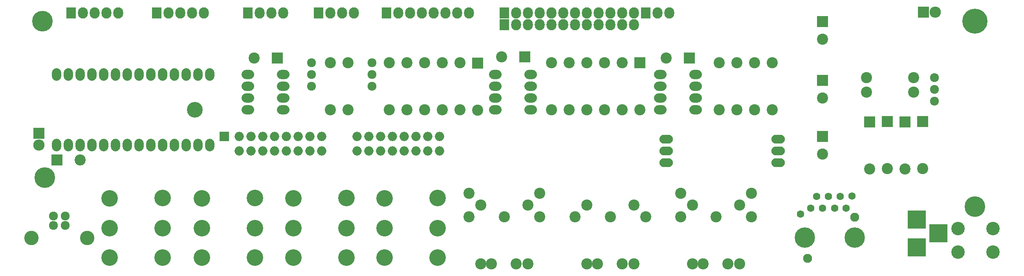
<source format=gbr>
G04 #@! TF.FileFunction,Soldermask,Bot*
%FSLAX46Y46*%
G04 Gerber Fmt 4.6, Leading zero omitted, Abs format (unit mm)*
G04 Created by KiCad (PCBNEW 4.0.2-stable) date 23-3-2017 17:14:18*
%MOMM*%
G01*
G04 APERTURE LIST*
%ADD10C,0.100000*%
%ADD11R,3.900120X3.900120*%
%ADD12R,2.127200X2.432000*%
%ADD13O,2.127200X2.432000*%
%ADD14C,1.924000*%
%ADD15C,3.100020*%
%ADD16C,2.398980*%
%ADD17O,2.700000X2.000000*%
%ADD18C,3.575000*%
%ADD19C,4.464000*%
%ADD20C,5.400000*%
%ADD21O,2.899360X1.901140*%
%ADD22C,2.900000*%
%ADD23C,2.400000*%
%ADD24R,2.432000X2.432000*%
%ADD25O,2.432000X2.432000*%
%ADD26O,2.000000X2.000000*%
%ADD27O,2.000000X2.700000*%
%ADD28C,3.400000*%
%ADD29C,1.600000*%
%ADD30C,1.949400*%
%ADD31C,4.400000*%
%ADD32R,2.400000X2.400000*%
%ADD33R,2.100000X2.100000*%
G04 APERTURE END LIST*
D10*
D11*
X220990000Y-127784860D03*
X220990000Y-133784340D03*
X225689000Y-130784600D03*
D12*
X76835000Y-83185000D03*
D13*
X79375000Y-83185000D03*
X81915000Y-83185000D03*
X84455000Y-83185000D03*
D12*
X38735000Y-83185000D03*
D13*
X41275000Y-83185000D03*
X43815000Y-83185000D03*
X46355000Y-83185000D03*
X48895000Y-83185000D03*
D12*
X57150000Y-83185000D03*
D13*
X59690000Y-83185000D03*
X62230000Y-83185000D03*
X64770000Y-83185000D03*
X67310000Y-83185000D03*
D12*
X106680000Y-83185000D03*
D13*
X109220000Y-83185000D03*
X111760000Y-83185000D03*
X114300000Y-83185000D03*
X116840000Y-83185000D03*
X119380000Y-83185000D03*
X121920000Y-83185000D03*
X124460000Y-83185000D03*
D14*
X34925000Y-127061000D03*
X37465000Y-127061000D03*
X37465000Y-129059980D03*
X34925000Y-129059980D03*
D15*
X30195520Y-131760000D03*
X42194480Y-131760000D03*
D16*
X153670000Y-93980000D03*
X153670000Y-104140000D03*
X210185000Y-97155000D03*
X220345000Y-97155000D03*
X210185000Y-100330000D03*
X220345000Y-100330000D03*
X122555000Y-93980000D03*
X122555000Y-104140000D03*
X157490000Y-93980000D03*
X157490000Y-104140000D03*
X186055000Y-93980000D03*
X186055000Y-104140000D03*
X149860000Y-93980000D03*
X149860000Y-104140000D03*
X189865000Y-93980000D03*
X189865000Y-104140000D03*
X142240000Y-93980000D03*
X142240000Y-104140000D03*
X178435000Y-93980000D03*
X178435000Y-104140000D03*
X146050000Y-93980000D03*
X146050000Y-104140000D03*
X182245000Y-93980000D03*
X182245000Y-104140000D03*
X107315000Y-93980000D03*
X107315000Y-104140000D03*
X94615000Y-93980000D03*
X94615000Y-104140000D03*
X111125000Y-104140000D03*
X111125000Y-93980000D03*
X98425000Y-104140000D03*
X98425000Y-93980000D03*
X114935000Y-93980000D03*
X114935000Y-104140000D03*
D17*
X130175000Y-96520000D03*
X130175000Y-99060000D03*
X130175000Y-101600000D03*
X130175000Y-104140000D03*
X137795000Y-104140000D03*
X137795000Y-101600000D03*
X137795000Y-99060000D03*
X137795000Y-96520000D03*
X165735000Y-96520000D03*
X165735000Y-99060000D03*
X165735000Y-101600000D03*
X165735000Y-104140000D03*
X173355000Y-104140000D03*
X173355000Y-101600000D03*
X173355000Y-99060000D03*
X173355000Y-96520000D03*
X76835000Y-96520000D03*
X76835000Y-99060000D03*
X76835000Y-101600000D03*
X76835000Y-104140000D03*
X84455000Y-104140000D03*
X84455000Y-101600000D03*
X84455000Y-99060000D03*
X84455000Y-96520000D03*
D18*
X117740000Y-123190000D03*
X117740000Y-136048800D03*
X106310000Y-136048900D03*
X106310000Y-123190100D03*
X117740000Y-129690000D03*
X106310000Y-129690100D03*
X98055000Y-123190000D03*
X98055000Y-136048800D03*
X86625000Y-136048900D03*
X86625000Y-123190100D03*
X98055000Y-129690000D03*
X86625000Y-129690100D03*
X78370000Y-123190000D03*
X78370000Y-136048800D03*
X66940000Y-136048900D03*
X66940000Y-123190100D03*
X78370000Y-129690000D03*
X66940000Y-129690100D03*
X58420000Y-123190000D03*
X58420000Y-136048800D03*
X46990000Y-136048900D03*
X46990000Y-123190100D03*
X58420000Y-129690000D03*
X46990000Y-129690100D03*
D19*
X32500000Y-85000000D03*
X233490000Y-125000000D03*
D20*
X233490000Y-85000000D03*
D19*
X33020000Y-118745000D03*
D21*
X191135000Y-113030000D03*
X191135000Y-115570000D03*
X191135000Y-110490000D03*
X167005000Y-113030000D03*
X167005000Y-115570000D03*
X167005000Y-110490000D03*
D14*
X224790000Y-99695000D03*
X224790000Y-102235000D03*
X224790000Y-97155000D03*
X103570000Y-96520000D03*
X103570000Y-93980000D03*
X103570000Y-99060000D03*
X90570000Y-96520000D03*
X90570000Y-93980000D03*
X90570000Y-99060000D03*
D12*
X132080000Y-83185000D03*
D13*
X134620000Y-83185000D03*
X137160000Y-83185000D03*
X139700000Y-83185000D03*
X142240000Y-83185000D03*
X144780000Y-83185000D03*
X147320000Y-83185000D03*
X149860000Y-83185000D03*
X152400000Y-83185000D03*
X154940000Y-83185000D03*
X157480000Y-83185000D03*
X160020000Y-83185000D03*
D12*
X132080000Y-85725000D03*
D13*
X134620000Y-85725000D03*
X137160000Y-85725000D03*
X139700000Y-85725000D03*
X142240000Y-85725000D03*
X144780000Y-85725000D03*
X147320000Y-85725000D03*
X149860000Y-85725000D03*
X152400000Y-85725000D03*
X154940000Y-85725000D03*
X157480000Y-85725000D03*
X160020000Y-85725000D03*
D12*
X162560000Y-83185000D03*
D13*
X165100000Y-83185000D03*
X167640000Y-83185000D03*
D22*
X229920000Y-134790000D03*
X229920000Y-129790000D03*
X237420000Y-134790000D03*
X237420000Y-129790000D03*
D23*
X160030000Y-137370000D03*
X149870000Y-137370000D03*
X147330000Y-127210000D03*
X149870000Y-124670000D03*
X154950000Y-127210000D03*
X160030000Y-124670000D03*
X162570000Y-127210000D03*
X157490000Y-137370000D03*
X152156000Y-137370000D03*
X170151900Y-122135900D03*
X185391900Y-122135900D03*
X170151900Y-127215900D03*
X172691900Y-124675900D03*
X177771900Y-127215900D03*
X182851900Y-124675900D03*
X185391900Y-127215900D03*
X180311900Y-137375900D03*
X174977900Y-137375900D03*
X182851900Y-137375900D03*
X172691900Y-137375900D03*
X124470000Y-122130000D03*
X139710000Y-122130000D03*
X124470000Y-127210000D03*
X127010000Y-124670000D03*
X132090000Y-127210000D03*
X137170000Y-124670000D03*
X139710000Y-127210000D03*
X134630000Y-137370000D03*
X129296000Y-137370000D03*
X137170000Y-137370000D03*
X127010000Y-137370000D03*
D24*
X222460000Y-83000000D03*
D25*
X225000000Y-83000000D03*
D12*
X92075000Y-83185000D03*
D13*
X94615000Y-83185000D03*
X97155000Y-83185000D03*
X99695000Y-83185000D03*
D26*
X74940000Y-113030000D03*
X77480000Y-113030000D03*
X100340000Y-113030000D03*
X102880000Y-113030000D03*
X80020000Y-113030000D03*
X82560000Y-113030000D03*
X105420000Y-113030000D03*
X107960000Y-113030000D03*
X85100000Y-113030000D03*
X87640000Y-113030000D03*
X110500000Y-113030000D03*
X113040000Y-113030000D03*
X90180000Y-113030000D03*
X92720000Y-113030000D03*
X115580000Y-113030000D03*
X118120000Y-113030000D03*
X74940000Y-109855000D03*
X77480000Y-109855000D03*
X100340000Y-109855000D03*
X102880000Y-109855000D03*
X80020000Y-109855000D03*
X82560000Y-109855000D03*
X105420000Y-109855000D03*
X107960000Y-109855000D03*
X85100000Y-109855000D03*
X87640000Y-109855000D03*
X110500000Y-109855000D03*
X113040000Y-109855000D03*
X90180000Y-109855000D03*
X92720000Y-109855000D03*
X115580000Y-109855000D03*
X118120000Y-109855000D03*
D16*
X118745000Y-93980000D03*
X118745000Y-104140000D03*
D27*
X43180000Y-96520000D03*
X40640000Y-96520000D03*
X38100000Y-96520000D03*
X35560000Y-96520000D03*
X45720000Y-96520000D03*
X48260000Y-96520000D03*
X50800000Y-96520000D03*
X53340000Y-96520000D03*
X55880000Y-96520000D03*
X58420000Y-96520000D03*
X60960000Y-96520000D03*
X63500000Y-96520000D03*
X66040000Y-96520000D03*
X68580000Y-96520000D03*
X68580000Y-111760000D03*
X66040000Y-111760000D03*
X63500000Y-111760000D03*
X60960000Y-111760000D03*
X58420000Y-111760000D03*
X55880000Y-111760000D03*
X53340000Y-111760000D03*
X50800000Y-111760000D03*
X48260000Y-111760000D03*
X45720000Y-111760000D03*
X43180000Y-111760000D03*
X40640000Y-111760000D03*
X38100000Y-111760000D03*
X35560000Y-111760000D03*
D28*
X65405000Y-104140000D03*
D24*
X31760000Y-109220000D03*
D25*
X31760000Y-111760000D03*
D29*
X198130000Y-125374400D03*
X199400000Y-122834400D03*
X200670000Y-125374400D03*
X201940000Y-122834400D03*
X203337000Y-125374400D03*
X204480000Y-122834400D03*
X205750000Y-125374400D03*
X207020000Y-122707400D03*
X195971000Y-126644400D03*
D30*
X197495000Y-136169400D03*
X207655000Y-127279400D03*
D31*
X196860000Y-131724400D03*
X207655000Y-131724400D03*
D32*
X200670000Y-85090000D03*
D23*
X200670000Y-88890000D03*
D32*
X200660000Y-97790000D03*
D23*
X200660000Y-101590000D03*
D32*
X200660000Y-109855000D03*
D23*
X200660000Y-113655000D03*
X210820000Y-116840520D03*
D32*
X210820000Y-106680520D03*
D23*
X214630000Y-116840000D03*
D32*
X214630000Y-106680000D03*
D23*
X218445080Y-116841040D03*
D32*
X218445080Y-106681040D03*
D23*
X222250000Y-116840000D03*
D32*
X222250000Y-106680000D03*
D23*
X126367540Y-104140520D03*
D32*
X126367540Y-93980520D03*
D23*
X161300000Y-104140000D03*
D32*
X161300000Y-93980000D03*
X35650000Y-114935000D03*
D23*
X40650000Y-114935000D03*
D32*
X83185000Y-92920000D03*
D23*
X78185000Y-92920000D03*
D32*
X136535000Y-92710000D03*
D23*
X131535000Y-92710000D03*
D32*
X172005000Y-92920000D03*
D23*
X167005000Y-92920000D03*
D33*
X71765000Y-109855000D03*
M02*

</source>
